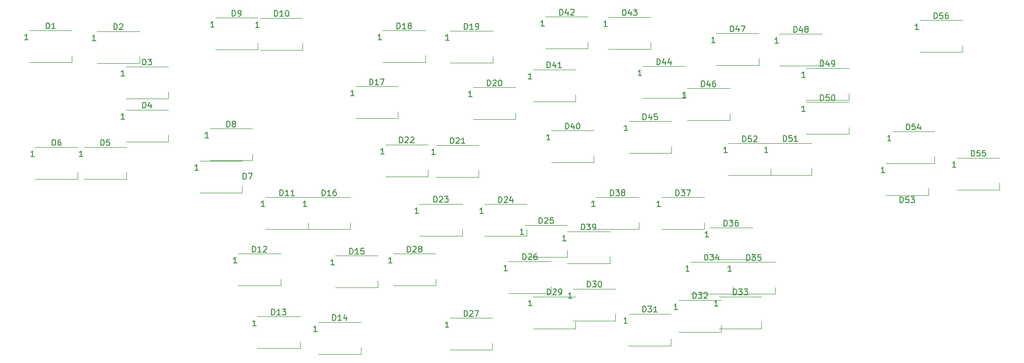
<source format=gbr>
%TF.GenerationSoftware,KiCad,Pcbnew,(5.1.10)-1*%
%TF.CreationDate,2021-11-17T10:49:59+11:00*%
%TF.ProjectId,HUD Panel PCB V2,48554420-5061-46e6-956c-205043422056,rev?*%
%TF.SameCoordinates,Original*%
%TF.FileFunction,Legend,Top*%
%TF.FilePolarity,Positive*%
%FSLAX46Y46*%
G04 Gerber Fmt 4.6, Leading zero omitted, Abs format (unit mm)*
G04 Created by KiCad (PCBNEW (5.1.10)-1) date 2021-11-17 10:49:59*
%MOMM*%
%LPD*%
G01*
G04 APERTURE LIST*
%ADD10C,0.120000*%
%ADD11C,0.150000*%
G04 APERTURE END LIST*
D10*
%TO.C,D56*%
X230250000Y-47750000D02*
X230250000Y-46600000D01*
X222950000Y-47750000D02*
X230250000Y-47750000D01*
X222950000Y-42250000D02*
X230250000Y-42250000D01*
%TO.C,D55*%
X236650000Y-71500000D02*
X236650000Y-70350000D01*
X229350000Y-71500000D02*
X236650000Y-71500000D01*
X229350000Y-66000000D02*
X236650000Y-66000000D01*
%TO.C,D54*%
X225482000Y-66936000D02*
X225482000Y-65786000D01*
X218182000Y-66936000D02*
X225482000Y-66936000D01*
X218182000Y-61436000D02*
X225482000Y-61436000D01*
%TO.C,D53*%
X224413000Y-72422000D02*
X224413000Y-71272000D01*
X217113000Y-72422000D02*
X224413000Y-72422000D01*
X217113000Y-66922000D02*
X224413000Y-66922000D01*
%TO.C,D52*%
X197300000Y-69000000D02*
X197300000Y-67850000D01*
X190000000Y-69000000D02*
X197300000Y-69000000D01*
X190000000Y-63500000D02*
X197300000Y-63500000D01*
%TO.C,D51*%
X204300000Y-68950000D02*
X204300000Y-67800000D01*
X197000000Y-68950000D02*
X204300000Y-68950000D01*
X197000000Y-63450000D02*
X204300000Y-63450000D01*
%TO.C,D50*%
X210700000Y-61900000D02*
X210700000Y-60750000D01*
X203400000Y-61900000D02*
X210700000Y-61900000D01*
X203400000Y-56400000D02*
X210700000Y-56400000D01*
%TO.C,D49*%
X210700000Y-56000000D02*
X210700000Y-54850000D01*
X203400000Y-56000000D02*
X210700000Y-56000000D01*
X203400000Y-50500000D02*
X210700000Y-50500000D01*
%TO.C,D48*%
X206100000Y-50100000D02*
X206100000Y-48950000D01*
X198800000Y-50100000D02*
X206100000Y-50100000D01*
X198800000Y-44600000D02*
X206100000Y-44600000D01*
%TO.C,D47*%
X195200000Y-50000000D02*
X195200000Y-48850000D01*
X187900000Y-50000000D02*
X195200000Y-50000000D01*
X187900000Y-44500000D02*
X195200000Y-44500000D01*
%TO.C,D46*%
X190200000Y-59500000D02*
X190200000Y-58350000D01*
X182900000Y-59500000D02*
X190200000Y-59500000D01*
X182900000Y-54000000D02*
X190200000Y-54000000D01*
%TO.C,D45*%
X180150000Y-65200000D02*
X180150000Y-64050000D01*
X172850000Y-65200000D02*
X180150000Y-65200000D01*
X172850000Y-59700000D02*
X180150000Y-59700000D01*
%TO.C,D44*%
X182550000Y-55700000D02*
X182550000Y-54550000D01*
X175250000Y-55700000D02*
X182550000Y-55700000D01*
X175250000Y-50200000D02*
X182550000Y-50200000D01*
%TO.C,D43*%
X176650000Y-47200000D02*
X176650000Y-46050000D01*
X169350000Y-47200000D02*
X176650000Y-47200000D01*
X169350000Y-41700000D02*
X176650000Y-41700000D01*
%TO.C,D42*%
X165800000Y-47150000D02*
X165800000Y-46000000D01*
X158500000Y-47150000D02*
X165800000Y-47150000D01*
X158500000Y-41650000D02*
X165800000Y-41650000D01*
%TO.C,D41*%
X163650000Y-56250000D02*
X163650000Y-55100000D01*
X156350000Y-56250000D02*
X163650000Y-56250000D01*
X156350000Y-50750000D02*
X163650000Y-50750000D01*
%TO.C,D40*%
X166808000Y-66809000D02*
X166808000Y-65659000D01*
X159508000Y-66809000D02*
X166808000Y-66809000D01*
X159508000Y-61309000D02*
X166808000Y-61309000D01*
%TO.C,D39*%
X169550000Y-84200000D02*
X169550000Y-83050000D01*
X162250000Y-84200000D02*
X169550000Y-84200000D01*
X162250000Y-78700000D02*
X169550000Y-78700000D01*
%TO.C,D38*%
X174550000Y-78300000D02*
X174550000Y-77150000D01*
X167250000Y-78300000D02*
X174550000Y-78300000D01*
X167250000Y-72800000D02*
X174550000Y-72800000D01*
%TO.C,D37*%
X185800000Y-78300000D02*
X185800000Y-77150000D01*
X178500000Y-78300000D02*
X185800000Y-78300000D01*
X178500000Y-72800000D02*
X185800000Y-72800000D01*
%TO.C,D36*%
X194100000Y-83550000D02*
X194100000Y-82400000D01*
X186800000Y-83550000D02*
X194100000Y-83550000D01*
X186800000Y-78050000D02*
X194100000Y-78050000D01*
%TO.C,D35*%
X198000000Y-89500000D02*
X198000000Y-88350000D01*
X190700000Y-89500000D02*
X198000000Y-89500000D01*
X190700000Y-84000000D02*
X198000000Y-84000000D01*
%TO.C,D34*%
X190750000Y-89450000D02*
X190750000Y-88300000D01*
X183450000Y-89450000D02*
X190750000Y-89450000D01*
X183450000Y-83950000D02*
X190750000Y-83950000D01*
%TO.C,D33*%
X195700000Y-95450000D02*
X195700000Y-94300000D01*
X188400000Y-95450000D02*
X195700000Y-95450000D01*
X188400000Y-89950000D02*
X195700000Y-89950000D01*
%TO.C,D32*%
X188750000Y-96050000D02*
X188750000Y-94900000D01*
X181450000Y-96050000D02*
X188750000Y-96050000D01*
X181450000Y-90550000D02*
X188750000Y-90550000D01*
%TO.C,D31*%
X180100000Y-98400000D02*
X180100000Y-97250000D01*
X172800000Y-98400000D02*
X180100000Y-98400000D01*
X172800000Y-92900000D02*
X180100000Y-92900000D01*
%TO.C,D30*%
X170550000Y-94100000D02*
X170550000Y-92950000D01*
X163250000Y-94100000D02*
X170550000Y-94100000D01*
X163250000Y-88600000D02*
X170550000Y-88600000D01*
%TO.C,D29*%
X163682000Y-95434400D02*
X163682000Y-94284400D01*
X156382000Y-95434400D02*
X163682000Y-95434400D01*
X156382000Y-89934400D02*
X163682000Y-89934400D01*
%TO.C,D28*%
X139600000Y-88050000D02*
X139600000Y-86900000D01*
X132300000Y-88050000D02*
X139600000Y-88050000D01*
X132300000Y-82550000D02*
X139600000Y-82550000D01*
%TO.C,D27*%
X149350000Y-99150000D02*
X149350000Y-98000000D01*
X142050000Y-99150000D02*
X149350000Y-99150000D01*
X142050000Y-93650000D02*
X149350000Y-93650000D01*
%TO.C,D26*%
X159450000Y-89350000D02*
X159450000Y-88200000D01*
X152150000Y-89350000D02*
X159450000Y-89350000D01*
X152150000Y-83850000D02*
X159450000Y-83850000D01*
%TO.C,D25*%
X162250000Y-83100000D02*
X162250000Y-81950000D01*
X154950000Y-83100000D02*
X162250000Y-83100000D01*
X154950000Y-77600000D02*
X162250000Y-77600000D01*
%TO.C,D24*%
X155300000Y-79500000D02*
X155300000Y-78350000D01*
X148000000Y-79500000D02*
X155300000Y-79500000D01*
X148000000Y-74000000D02*
X155300000Y-74000000D01*
%TO.C,D23*%
X144150000Y-79450000D02*
X144150000Y-78300000D01*
X136850000Y-79450000D02*
X144150000Y-79450000D01*
X136850000Y-73950000D02*
X144150000Y-73950000D01*
%TO.C,D22*%
X138250000Y-69200000D02*
X138250000Y-68050000D01*
X130950000Y-69200000D02*
X138250000Y-69200000D01*
X130950000Y-63700000D02*
X138250000Y-63700000D01*
%TO.C,D21*%
X147000000Y-69300000D02*
X147000000Y-68150000D01*
X139700000Y-69300000D02*
X147000000Y-69300000D01*
X139700000Y-63800000D02*
X147000000Y-63800000D01*
%TO.C,D20*%
X153350000Y-59350000D02*
X153350000Y-58200000D01*
X146050000Y-59350000D02*
X153350000Y-59350000D01*
X146050000Y-53850000D02*
X153350000Y-53850000D01*
%TO.C,D19*%
X149400000Y-49600000D02*
X149400000Y-48450000D01*
X142100000Y-49600000D02*
X149400000Y-49600000D01*
X142100000Y-44100000D02*
X149400000Y-44100000D01*
%TO.C,D18*%
X137800000Y-49500000D02*
X137800000Y-48350000D01*
X130500000Y-49500000D02*
X137800000Y-49500000D01*
X130500000Y-44000000D02*
X137800000Y-44000000D01*
%TO.C,D17*%
X133088000Y-59188800D02*
X133088000Y-58038800D01*
X125788000Y-59188800D02*
X133088000Y-59188800D01*
X125788000Y-53688800D02*
X133088000Y-53688800D01*
%TO.C,D16*%
X124900000Y-78300000D02*
X124900000Y-77150000D01*
X117600000Y-78300000D02*
X124900000Y-78300000D01*
X117600000Y-72800000D02*
X124900000Y-72800000D01*
%TO.C,D15*%
X129650000Y-88400000D02*
X129650000Y-87250000D01*
X122350000Y-88400000D02*
X129650000Y-88400000D01*
X122350000Y-82900000D02*
X129650000Y-82900000D01*
%TO.C,D14*%
X126700000Y-99850000D02*
X126700000Y-98700000D01*
X119400000Y-99850000D02*
X126700000Y-99850000D01*
X119400000Y-94350000D02*
X126700000Y-94350000D01*
%TO.C,D13*%
X116200000Y-98900000D02*
X116200000Y-97750000D01*
X108900000Y-98900000D02*
X116200000Y-98900000D01*
X108900000Y-93400000D02*
X116200000Y-93400000D01*
%TO.C,D12*%
X112900000Y-88050000D02*
X112900000Y-86900000D01*
X105600000Y-88050000D02*
X112900000Y-88050000D01*
X105600000Y-82550000D02*
X112900000Y-82550000D01*
%TO.C,D11*%
X117650000Y-78300000D02*
X117650000Y-77150000D01*
X110350000Y-78300000D02*
X117650000Y-78300000D01*
X110350000Y-72800000D02*
X117650000Y-72800000D01*
%TO.C,D10*%
X116700000Y-47350000D02*
X116700000Y-46200000D01*
X109400000Y-47350000D02*
X116700000Y-47350000D01*
X109400000Y-41850000D02*
X116700000Y-41850000D01*
%TO.C,D9*%
X108970000Y-47326800D02*
X108970000Y-46176800D01*
X101670000Y-47326800D02*
X108970000Y-47326800D01*
X101670000Y-41826800D02*
X108970000Y-41826800D01*
%TO.C,D8*%
X108007000Y-66453000D02*
X108007000Y-65303000D01*
X100707000Y-66453000D02*
X108007000Y-66453000D01*
X100707000Y-60953000D02*
X108007000Y-60953000D01*
%TO.C,D7*%
X106229000Y-72016000D02*
X106229000Y-70866000D01*
X98929000Y-72016000D02*
X106229000Y-72016000D01*
X98929000Y-66516000D02*
X106229000Y-66516000D01*
%TO.C,D6*%
X78000000Y-69650000D02*
X78000000Y-68500000D01*
X70700000Y-69650000D02*
X78000000Y-69650000D01*
X70700000Y-64150000D02*
X78000000Y-64150000D01*
%TO.C,D5*%
X86350000Y-69650000D02*
X86350000Y-68500000D01*
X79050000Y-69650000D02*
X86350000Y-69650000D01*
X79050000Y-64150000D02*
X86350000Y-64150000D01*
%TO.C,D4*%
X93550000Y-63200000D02*
X93550000Y-62050000D01*
X86250000Y-63200000D02*
X93550000Y-63200000D01*
X86250000Y-57700000D02*
X93550000Y-57700000D01*
%TO.C,D3*%
X93550000Y-55750000D02*
X93550000Y-54600000D01*
X86250000Y-55750000D02*
X93550000Y-55750000D01*
X86250000Y-50250000D02*
X93550000Y-50250000D01*
%TO.C,D2*%
X88600000Y-49650000D02*
X88600000Y-48500000D01*
X81300000Y-49650000D02*
X88600000Y-49650000D01*
X81300000Y-44150000D02*
X88600000Y-44150000D01*
%TO.C,D1*%
X76954400Y-49486000D02*
X76954400Y-48336000D01*
X69654400Y-49486000D02*
X76954400Y-49486000D01*
X69654400Y-43986000D02*
X76954400Y-43986000D01*
%TO.C,D56*%
D11*
X225385714Y-41952380D02*
X225385714Y-40952380D01*
X225623809Y-40952380D01*
X225766666Y-41000000D01*
X225861904Y-41095238D01*
X225909523Y-41190476D01*
X225957142Y-41380952D01*
X225957142Y-41523809D01*
X225909523Y-41714285D01*
X225861904Y-41809523D01*
X225766666Y-41904761D01*
X225623809Y-41952380D01*
X225385714Y-41952380D01*
X226861904Y-40952380D02*
X226385714Y-40952380D01*
X226338095Y-41428571D01*
X226385714Y-41380952D01*
X226480952Y-41333333D01*
X226719047Y-41333333D01*
X226814285Y-41380952D01*
X226861904Y-41428571D01*
X226909523Y-41523809D01*
X226909523Y-41761904D01*
X226861904Y-41857142D01*
X226814285Y-41904761D01*
X226719047Y-41952380D01*
X226480952Y-41952380D01*
X226385714Y-41904761D01*
X226338095Y-41857142D01*
X227766666Y-40952380D02*
X227576190Y-40952380D01*
X227480952Y-41000000D01*
X227433333Y-41047619D01*
X227338095Y-41190476D01*
X227290476Y-41380952D01*
X227290476Y-41761904D01*
X227338095Y-41857142D01*
X227385714Y-41904761D01*
X227480952Y-41952380D01*
X227671428Y-41952380D01*
X227766666Y-41904761D01*
X227814285Y-41857142D01*
X227861904Y-41761904D01*
X227861904Y-41523809D01*
X227814285Y-41428571D01*
X227766666Y-41380952D01*
X227671428Y-41333333D01*
X227480952Y-41333333D01*
X227385714Y-41380952D01*
X227338095Y-41428571D01*
X227290476Y-41523809D01*
X222735714Y-43852380D02*
X222164285Y-43852380D01*
X222450000Y-43852380D02*
X222450000Y-42852380D01*
X222354761Y-42995238D01*
X222259523Y-43090476D01*
X222164285Y-43138095D01*
%TO.C,D55*%
X231785714Y-65702380D02*
X231785714Y-64702380D01*
X232023809Y-64702380D01*
X232166666Y-64750000D01*
X232261904Y-64845238D01*
X232309523Y-64940476D01*
X232357142Y-65130952D01*
X232357142Y-65273809D01*
X232309523Y-65464285D01*
X232261904Y-65559523D01*
X232166666Y-65654761D01*
X232023809Y-65702380D01*
X231785714Y-65702380D01*
X233261904Y-64702380D02*
X232785714Y-64702380D01*
X232738095Y-65178571D01*
X232785714Y-65130952D01*
X232880952Y-65083333D01*
X233119047Y-65083333D01*
X233214285Y-65130952D01*
X233261904Y-65178571D01*
X233309523Y-65273809D01*
X233309523Y-65511904D01*
X233261904Y-65607142D01*
X233214285Y-65654761D01*
X233119047Y-65702380D01*
X232880952Y-65702380D01*
X232785714Y-65654761D01*
X232738095Y-65607142D01*
X234214285Y-64702380D02*
X233738095Y-64702380D01*
X233690476Y-65178571D01*
X233738095Y-65130952D01*
X233833333Y-65083333D01*
X234071428Y-65083333D01*
X234166666Y-65130952D01*
X234214285Y-65178571D01*
X234261904Y-65273809D01*
X234261904Y-65511904D01*
X234214285Y-65607142D01*
X234166666Y-65654761D01*
X234071428Y-65702380D01*
X233833333Y-65702380D01*
X233738095Y-65654761D01*
X233690476Y-65607142D01*
X229135714Y-67602380D02*
X228564285Y-67602380D01*
X228850000Y-67602380D02*
X228850000Y-66602380D01*
X228754761Y-66745238D01*
X228659523Y-66840476D01*
X228564285Y-66888095D01*
%TO.C,D54*%
X220617714Y-61138380D02*
X220617714Y-60138380D01*
X220855809Y-60138380D01*
X220998666Y-60186000D01*
X221093904Y-60281238D01*
X221141523Y-60376476D01*
X221189142Y-60566952D01*
X221189142Y-60709809D01*
X221141523Y-60900285D01*
X221093904Y-60995523D01*
X220998666Y-61090761D01*
X220855809Y-61138380D01*
X220617714Y-61138380D01*
X222093904Y-60138380D02*
X221617714Y-60138380D01*
X221570095Y-60614571D01*
X221617714Y-60566952D01*
X221712952Y-60519333D01*
X221951047Y-60519333D01*
X222046285Y-60566952D01*
X222093904Y-60614571D01*
X222141523Y-60709809D01*
X222141523Y-60947904D01*
X222093904Y-61043142D01*
X222046285Y-61090761D01*
X221951047Y-61138380D01*
X221712952Y-61138380D01*
X221617714Y-61090761D01*
X221570095Y-61043142D01*
X222998666Y-60471714D02*
X222998666Y-61138380D01*
X222760571Y-60090761D02*
X222522476Y-60805047D01*
X223141523Y-60805047D01*
X217967714Y-63038380D02*
X217396285Y-63038380D01*
X217682000Y-63038380D02*
X217682000Y-62038380D01*
X217586761Y-62181238D01*
X217491523Y-62276476D01*
X217396285Y-62324095D01*
%TO.C,D53*%
X219548714Y-73731380D02*
X219548714Y-72731380D01*
X219786809Y-72731380D01*
X219929666Y-72779000D01*
X220024904Y-72874238D01*
X220072523Y-72969476D01*
X220120142Y-73159952D01*
X220120142Y-73302809D01*
X220072523Y-73493285D01*
X220024904Y-73588523D01*
X219929666Y-73683761D01*
X219786809Y-73731380D01*
X219548714Y-73731380D01*
X221024904Y-72731380D02*
X220548714Y-72731380D01*
X220501095Y-73207571D01*
X220548714Y-73159952D01*
X220643952Y-73112333D01*
X220882047Y-73112333D01*
X220977285Y-73159952D01*
X221024904Y-73207571D01*
X221072523Y-73302809D01*
X221072523Y-73540904D01*
X221024904Y-73636142D01*
X220977285Y-73683761D01*
X220882047Y-73731380D01*
X220643952Y-73731380D01*
X220548714Y-73683761D01*
X220501095Y-73636142D01*
X221405857Y-72731380D02*
X222024904Y-72731380D01*
X221691571Y-73112333D01*
X221834428Y-73112333D01*
X221929666Y-73159952D01*
X221977285Y-73207571D01*
X222024904Y-73302809D01*
X222024904Y-73540904D01*
X221977285Y-73636142D01*
X221929666Y-73683761D01*
X221834428Y-73731380D01*
X221548714Y-73731380D01*
X221453476Y-73683761D01*
X221405857Y-73636142D01*
X216898714Y-68524380D02*
X216327285Y-68524380D01*
X216613000Y-68524380D02*
X216613000Y-67524380D01*
X216517761Y-67667238D01*
X216422523Y-67762476D01*
X216327285Y-67810095D01*
%TO.C,D52*%
X192435714Y-63202380D02*
X192435714Y-62202380D01*
X192673809Y-62202380D01*
X192816666Y-62250000D01*
X192911904Y-62345238D01*
X192959523Y-62440476D01*
X193007142Y-62630952D01*
X193007142Y-62773809D01*
X192959523Y-62964285D01*
X192911904Y-63059523D01*
X192816666Y-63154761D01*
X192673809Y-63202380D01*
X192435714Y-63202380D01*
X193911904Y-62202380D02*
X193435714Y-62202380D01*
X193388095Y-62678571D01*
X193435714Y-62630952D01*
X193530952Y-62583333D01*
X193769047Y-62583333D01*
X193864285Y-62630952D01*
X193911904Y-62678571D01*
X193959523Y-62773809D01*
X193959523Y-63011904D01*
X193911904Y-63107142D01*
X193864285Y-63154761D01*
X193769047Y-63202380D01*
X193530952Y-63202380D01*
X193435714Y-63154761D01*
X193388095Y-63107142D01*
X194340476Y-62297619D02*
X194388095Y-62250000D01*
X194483333Y-62202380D01*
X194721428Y-62202380D01*
X194816666Y-62250000D01*
X194864285Y-62297619D01*
X194911904Y-62392857D01*
X194911904Y-62488095D01*
X194864285Y-62630952D01*
X194292857Y-63202380D01*
X194911904Y-63202380D01*
X189785714Y-65102380D02*
X189214285Y-65102380D01*
X189500000Y-65102380D02*
X189500000Y-64102380D01*
X189404761Y-64245238D01*
X189309523Y-64340476D01*
X189214285Y-64388095D01*
%TO.C,D51*%
X199435714Y-63152380D02*
X199435714Y-62152380D01*
X199673809Y-62152380D01*
X199816666Y-62200000D01*
X199911904Y-62295238D01*
X199959523Y-62390476D01*
X200007142Y-62580952D01*
X200007142Y-62723809D01*
X199959523Y-62914285D01*
X199911904Y-63009523D01*
X199816666Y-63104761D01*
X199673809Y-63152380D01*
X199435714Y-63152380D01*
X200911904Y-62152380D02*
X200435714Y-62152380D01*
X200388095Y-62628571D01*
X200435714Y-62580952D01*
X200530952Y-62533333D01*
X200769047Y-62533333D01*
X200864285Y-62580952D01*
X200911904Y-62628571D01*
X200959523Y-62723809D01*
X200959523Y-62961904D01*
X200911904Y-63057142D01*
X200864285Y-63104761D01*
X200769047Y-63152380D01*
X200530952Y-63152380D01*
X200435714Y-63104761D01*
X200388095Y-63057142D01*
X201911904Y-63152380D02*
X201340476Y-63152380D01*
X201626190Y-63152380D02*
X201626190Y-62152380D01*
X201530952Y-62295238D01*
X201435714Y-62390476D01*
X201340476Y-62438095D01*
X196785714Y-65052380D02*
X196214285Y-65052380D01*
X196500000Y-65052380D02*
X196500000Y-64052380D01*
X196404761Y-64195238D01*
X196309523Y-64290476D01*
X196214285Y-64338095D01*
%TO.C,D50*%
X205835714Y-56102380D02*
X205835714Y-55102380D01*
X206073809Y-55102380D01*
X206216666Y-55150000D01*
X206311904Y-55245238D01*
X206359523Y-55340476D01*
X206407142Y-55530952D01*
X206407142Y-55673809D01*
X206359523Y-55864285D01*
X206311904Y-55959523D01*
X206216666Y-56054761D01*
X206073809Y-56102380D01*
X205835714Y-56102380D01*
X207311904Y-55102380D02*
X206835714Y-55102380D01*
X206788095Y-55578571D01*
X206835714Y-55530952D01*
X206930952Y-55483333D01*
X207169047Y-55483333D01*
X207264285Y-55530952D01*
X207311904Y-55578571D01*
X207359523Y-55673809D01*
X207359523Y-55911904D01*
X207311904Y-56007142D01*
X207264285Y-56054761D01*
X207169047Y-56102380D01*
X206930952Y-56102380D01*
X206835714Y-56054761D01*
X206788095Y-56007142D01*
X207978571Y-55102380D02*
X208073809Y-55102380D01*
X208169047Y-55150000D01*
X208216666Y-55197619D01*
X208264285Y-55292857D01*
X208311904Y-55483333D01*
X208311904Y-55721428D01*
X208264285Y-55911904D01*
X208216666Y-56007142D01*
X208169047Y-56054761D01*
X208073809Y-56102380D01*
X207978571Y-56102380D01*
X207883333Y-56054761D01*
X207835714Y-56007142D01*
X207788095Y-55911904D01*
X207740476Y-55721428D01*
X207740476Y-55483333D01*
X207788095Y-55292857D01*
X207835714Y-55197619D01*
X207883333Y-55150000D01*
X207978571Y-55102380D01*
X203185714Y-58002380D02*
X202614285Y-58002380D01*
X202900000Y-58002380D02*
X202900000Y-57002380D01*
X202804761Y-57145238D01*
X202709523Y-57240476D01*
X202614285Y-57288095D01*
%TO.C,D49*%
X205835714Y-50202380D02*
X205835714Y-49202380D01*
X206073809Y-49202380D01*
X206216666Y-49250000D01*
X206311904Y-49345238D01*
X206359523Y-49440476D01*
X206407142Y-49630952D01*
X206407142Y-49773809D01*
X206359523Y-49964285D01*
X206311904Y-50059523D01*
X206216666Y-50154761D01*
X206073809Y-50202380D01*
X205835714Y-50202380D01*
X207264285Y-49535714D02*
X207264285Y-50202380D01*
X207026190Y-49154761D02*
X206788095Y-49869047D01*
X207407142Y-49869047D01*
X207835714Y-50202380D02*
X208026190Y-50202380D01*
X208121428Y-50154761D01*
X208169047Y-50107142D01*
X208264285Y-49964285D01*
X208311904Y-49773809D01*
X208311904Y-49392857D01*
X208264285Y-49297619D01*
X208216666Y-49250000D01*
X208121428Y-49202380D01*
X207930952Y-49202380D01*
X207835714Y-49250000D01*
X207788095Y-49297619D01*
X207740476Y-49392857D01*
X207740476Y-49630952D01*
X207788095Y-49726190D01*
X207835714Y-49773809D01*
X207930952Y-49821428D01*
X208121428Y-49821428D01*
X208216666Y-49773809D01*
X208264285Y-49726190D01*
X208311904Y-49630952D01*
X203185714Y-52102380D02*
X202614285Y-52102380D01*
X202900000Y-52102380D02*
X202900000Y-51102380D01*
X202804761Y-51245238D01*
X202709523Y-51340476D01*
X202614285Y-51388095D01*
%TO.C,D48*%
X201235714Y-44302380D02*
X201235714Y-43302380D01*
X201473809Y-43302380D01*
X201616666Y-43350000D01*
X201711904Y-43445238D01*
X201759523Y-43540476D01*
X201807142Y-43730952D01*
X201807142Y-43873809D01*
X201759523Y-44064285D01*
X201711904Y-44159523D01*
X201616666Y-44254761D01*
X201473809Y-44302380D01*
X201235714Y-44302380D01*
X202664285Y-43635714D02*
X202664285Y-44302380D01*
X202426190Y-43254761D02*
X202188095Y-43969047D01*
X202807142Y-43969047D01*
X203330952Y-43730952D02*
X203235714Y-43683333D01*
X203188095Y-43635714D01*
X203140476Y-43540476D01*
X203140476Y-43492857D01*
X203188095Y-43397619D01*
X203235714Y-43350000D01*
X203330952Y-43302380D01*
X203521428Y-43302380D01*
X203616666Y-43350000D01*
X203664285Y-43397619D01*
X203711904Y-43492857D01*
X203711904Y-43540476D01*
X203664285Y-43635714D01*
X203616666Y-43683333D01*
X203521428Y-43730952D01*
X203330952Y-43730952D01*
X203235714Y-43778571D01*
X203188095Y-43826190D01*
X203140476Y-43921428D01*
X203140476Y-44111904D01*
X203188095Y-44207142D01*
X203235714Y-44254761D01*
X203330952Y-44302380D01*
X203521428Y-44302380D01*
X203616666Y-44254761D01*
X203664285Y-44207142D01*
X203711904Y-44111904D01*
X203711904Y-43921428D01*
X203664285Y-43826190D01*
X203616666Y-43778571D01*
X203521428Y-43730952D01*
X198585714Y-46202380D02*
X198014285Y-46202380D01*
X198300000Y-46202380D02*
X198300000Y-45202380D01*
X198204761Y-45345238D01*
X198109523Y-45440476D01*
X198014285Y-45488095D01*
%TO.C,D47*%
X190335714Y-44202380D02*
X190335714Y-43202380D01*
X190573809Y-43202380D01*
X190716666Y-43250000D01*
X190811904Y-43345238D01*
X190859523Y-43440476D01*
X190907142Y-43630952D01*
X190907142Y-43773809D01*
X190859523Y-43964285D01*
X190811904Y-44059523D01*
X190716666Y-44154761D01*
X190573809Y-44202380D01*
X190335714Y-44202380D01*
X191764285Y-43535714D02*
X191764285Y-44202380D01*
X191526190Y-43154761D02*
X191288095Y-43869047D01*
X191907142Y-43869047D01*
X192192857Y-43202380D02*
X192859523Y-43202380D01*
X192430952Y-44202380D01*
X187685714Y-46102380D02*
X187114285Y-46102380D01*
X187400000Y-46102380D02*
X187400000Y-45102380D01*
X187304761Y-45245238D01*
X187209523Y-45340476D01*
X187114285Y-45388095D01*
%TO.C,D46*%
X185335714Y-53702380D02*
X185335714Y-52702380D01*
X185573809Y-52702380D01*
X185716666Y-52750000D01*
X185811904Y-52845238D01*
X185859523Y-52940476D01*
X185907142Y-53130952D01*
X185907142Y-53273809D01*
X185859523Y-53464285D01*
X185811904Y-53559523D01*
X185716666Y-53654761D01*
X185573809Y-53702380D01*
X185335714Y-53702380D01*
X186764285Y-53035714D02*
X186764285Y-53702380D01*
X186526190Y-52654761D02*
X186288095Y-53369047D01*
X186907142Y-53369047D01*
X187716666Y-52702380D02*
X187526190Y-52702380D01*
X187430952Y-52750000D01*
X187383333Y-52797619D01*
X187288095Y-52940476D01*
X187240476Y-53130952D01*
X187240476Y-53511904D01*
X187288095Y-53607142D01*
X187335714Y-53654761D01*
X187430952Y-53702380D01*
X187621428Y-53702380D01*
X187716666Y-53654761D01*
X187764285Y-53607142D01*
X187811904Y-53511904D01*
X187811904Y-53273809D01*
X187764285Y-53178571D01*
X187716666Y-53130952D01*
X187621428Y-53083333D01*
X187430952Y-53083333D01*
X187335714Y-53130952D01*
X187288095Y-53178571D01*
X187240476Y-53273809D01*
X182685714Y-55602380D02*
X182114285Y-55602380D01*
X182400000Y-55602380D02*
X182400000Y-54602380D01*
X182304761Y-54745238D01*
X182209523Y-54840476D01*
X182114285Y-54888095D01*
%TO.C,D45*%
X175285714Y-59402380D02*
X175285714Y-58402380D01*
X175523809Y-58402380D01*
X175666666Y-58450000D01*
X175761904Y-58545238D01*
X175809523Y-58640476D01*
X175857142Y-58830952D01*
X175857142Y-58973809D01*
X175809523Y-59164285D01*
X175761904Y-59259523D01*
X175666666Y-59354761D01*
X175523809Y-59402380D01*
X175285714Y-59402380D01*
X176714285Y-58735714D02*
X176714285Y-59402380D01*
X176476190Y-58354761D02*
X176238095Y-59069047D01*
X176857142Y-59069047D01*
X177714285Y-58402380D02*
X177238095Y-58402380D01*
X177190476Y-58878571D01*
X177238095Y-58830952D01*
X177333333Y-58783333D01*
X177571428Y-58783333D01*
X177666666Y-58830952D01*
X177714285Y-58878571D01*
X177761904Y-58973809D01*
X177761904Y-59211904D01*
X177714285Y-59307142D01*
X177666666Y-59354761D01*
X177571428Y-59402380D01*
X177333333Y-59402380D01*
X177238095Y-59354761D01*
X177190476Y-59307142D01*
X172635714Y-61302380D02*
X172064285Y-61302380D01*
X172350000Y-61302380D02*
X172350000Y-60302380D01*
X172254761Y-60445238D01*
X172159523Y-60540476D01*
X172064285Y-60588095D01*
%TO.C,D44*%
X177685714Y-49902380D02*
X177685714Y-48902380D01*
X177923809Y-48902380D01*
X178066666Y-48950000D01*
X178161904Y-49045238D01*
X178209523Y-49140476D01*
X178257142Y-49330952D01*
X178257142Y-49473809D01*
X178209523Y-49664285D01*
X178161904Y-49759523D01*
X178066666Y-49854761D01*
X177923809Y-49902380D01*
X177685714Y-49902380D01*
X179114285Y-49235714D02*
X179114285Y-49902380D01*
X178876190Y-48854761D02*
X178638095Y-49569047D01*
X179257142Y-49569047D01*
X180066666Y-49235714D02*
X180066666Y-49902380D01*
X179828571Y-48854761D02*
X179590476Y-49569047D01*
X180209523Y-49569047D01*
X175035714Y-51802380D02*
X174464285Y-51802380D01*
X174750000Y-51802380D02*
X174750000Y-50802380D01*
X174654761Y-50945238D01*
X174559523Y-51040476D01*
X174464285Y-51088095D01*
%TO.C,D43*%
X171785714Y-41402380D02*
X171785714Y-40402380D01*
X172023809Y-40402380D01*
X172166666Y-40450000D01*
X172261904Y-40545238D01*
X172309523Y-40640476D01*
X172357142Y-40830952D01*
X172357142Y-40973809D01*
X172309523Y-41164285D01*
X172261904Y-41259523D01*
X172166666Y-41354761D01*
X172023809Y-41402380D01*
X171785714Y-41402380D01*
X173214285Y-40735714D02*
X173214285Y-41402380D01*
X172976190Y-40354761D02*
X172738095Y-41069047D01*
X173357142Y-41069047D01*
X173642857Y-40402380D02*
X174261904Y-40402380D01*
X173928571Y-40783333D01*
X174071428Y-40783333D01*
X174166666Y-40830952D01*
X174214285Y-40878571D01*
X174261904Y-40973809D01*
X174261904Y-41211904D01*
X174214285Y-41307142D01*
X174166666Y-41354761D01*
X174071428Y-41402380D01*
X173785714Y-41402380D01*
X173690476Y-41354761D01*
X173642857Y-41307142D01*
X169135714Y-43302380D02*
X168564285Y-43302380D01*
X168850000Y-43302380D02*
X168850000Y-42302380D01*
X168754761Y-42445238D01*
X168659523Y-42540476D01*
X168564285Y-42588095D01*
%TO.C,D42*%
X160935714Y-41352380D02*
X160935714Y-40352380D01*
X161173809Y-40352380D01*
X161316666Y-40400000D01*
X161411904Y-40495238D01*
X161459523Y-40590476D01*
X161507142Y-40780952D01*
X161507142Y-40923809D01*
X161459523Y-41114285D01*
X161411904Y-41209523D01*
X161316666Y-41304761D01*
X161173809Y-41352380D01*
X160935714Y-41352380D01*
X162364285Y-40685714D02*
X162364285Y-41352380D01*
X162126190Y-40304761D02*
X161888095Y-41019047D01*
X162507142Y-41019047D01*
X162840476Y-40447619D02*
X162888095Y-40400000D01*
X162983333Y-40352380D01*
X163221428Y-40352380D01*
X163316666Y-40400000D01*
X163364285Y-40447619D01*
X163411904Y-40542857D01*
X163411904Y-40638095D01*
X163364285Y-40780952D01*
X162792857Y-41352380D01*
X163411904Y-41352380D01*
X158285714Y-43252380D02*
X157714285Y-43252380D01*
X158000000Y-43252380D02*
X158000000Y-42252380D01*
X157904761Y-42395238D01*
X157809523Y-42490476D01*
X157714285Y-42538095D01*
%TO.C,D41*%
X158785714Y-50452380D02*
X158785714Y-49452380D01*
X159023809Y-49452380D01*
X159166666Y-49500000D01*
X159261904Y-49595238D01*
X159309523Y-49690476D01*
X159357142Y-49880952D01*
X159357142Y-50023809D01*
X159309523Y-50214285D01*
X159261904Y-50309523D01*
X159166666Y-50404761D01*
X159023809Y-50452380D01*
X158785714Y-50452380D01*
X160214285Y-49785714D02*
X160214285Y-50452380D01*
X159976190Y-49404761D02*
X159738095Y-50119047D01*
X160357142Y-50119047D01*
X161261904Y-50452380D02*
X160690476Y-50452380D01*
X160976190Y-50452380D02*
X160976190Y-49452380D01*
X160880952Y-49595238D01*
X160785714Y-49690476D01*
X160690476Y-49738095D01*
X156135714Y-52352380D02*
X155564285Y-52352380D01*
X155850000Y-52352380D02*
X155850000Y-51352380D01*
X155754761Y-51495238D01*
X155659523Y-51590476D01*
X155564285Y-51638095D01*
%TO.C,D40*%
X161943714Y-61011380D02*
X161943714Y-60011380D01*
X162181809Y-60011380D01*
X162324666Y-60059000D01*
X162419904Y-60154238D01*
X162467523Y-60249476D01*
X162515142Y-60439952D01*
X162515142Y-60582809D01*
X162467523Y-60773285D01*
X162419904Y-60868523D01*
X162324666Y-60963761D01*
X162181809Y-61011380D01*
X161943714Y-61011380D01*
X163372285Y-60344714D02*
X163372285Y-61011380D01*
X163134190Y-59963761D02*
X162896095Y-60678047D01*
X163515142Y-60678047D01*
X164086571Y-60011380D02*
X164181809Y-60011380D01*
X164277047Y-60059000D01*
X164324666Y-60106619D01*
X164372285Y-60201857D01*
X164419904Y-60392333D01*
X164419904Y-60630428D01*
X164372285Y-60820904D01*
X164324666Y-60916142D01*
X164277047Y-60963761D01*
X164181809Y-61011380D01*
X164086571Y-61011380D01*
X163991333Y-60963761D01*
X163943714Y-60916142D01*
X163896095Y-60820904D01*
X163848476Y-60630428D01*
X163848476Y-60392333D01*
X163896095Y-60201857D01*
X163943714Y-60106619D01*
X163991333Y-60059000D01*
X164086571Y-60011380D01*
X159293714Y-62911380D02*
X158722285Y-62911380D01*
X159008000Y-62911380D02*
X159008000Y-61911380D01*
X158912761Y-62054238D01*
X158817523Y-62149476D01*
X158722285Y-62197095D01*
%TO.C,D39*%
X164685714Y-78402380D02*
X164685714Y-77402380D01*
X164923809Y-77402380D01*
X165066666Y-77450000D01*
X165161904Y-77545238D01*
X165209523Y-77640476D01*
X165257142Y-77830952D01*
X165257142Y-77973809D01*
X165209523Y-78164285D01*
X165161904Y-78259523D01*
X165066666Y-78354761D01*
X164923809Y-78402380D01*
X164685714Y-78402380D01*
X165590476Y-77402380D02*
X166209523Y-77402380D01*
X165876190Y-77783333D01*
X166019047Y-77783333D01*
X166114285Y-77830952D01*
X166161904Y-77878571D01*
X166209523Y-77973809D01*
X166209523Y-78211904D01*
X166161904Y-78307142D01*
X166114285Y-78354761D01*
X166019047Y-78402380D01*
X165733333Y-78402380D01*
X165638095Y-78354761D01*
X165590476Y-78307142D01*
X166685714Y-78402380D02*
X166876190Y-78402380D01*
X166971428Y-78354761D01*
X167019047Y-78307142D01*
X167114285Y-78164285D01*
X167161904Y-77973809D01*
X167161904Y-77592857D01*
X167114285Y-77497619D01*
X167066666Y-77450000D01*
X166971428Y-77402380D01*
X166780952Y-77402380D01*
X166685714Y-77450000D01*
X166638095Y-77497619D01*
X166590476Y-77592857D01*
X166590476Y-77830952D01*
X166638095Y-77926190D01*
X166685714Y-77973809D01*
X166780952Y-78021428D01*
X166971428Y-78021428D01*
X167066666Y-77973809D01*
X167114285Y-77926190D01*
X167161904Y-77830952D01*
X162035714Y-80302380D02*
X161464285Y-80302380D01*
X161750000Y-80302380D02*
X161750000Y-79302380D01*
X161654761Y-79445238D01*
X161559523Y-79540476D01*
X161464285Y-79588095D01*
%TO.C,D38*%
X169685714Y-72502380D02*
X169685714Y-71502380D01*
X169923809Y-71502380D01*
X170066666Y-71550000D01*
X170161904Y-71645238D01*
X170209523Y-71740476D01*
X170257142Y-71930952D01*
X170257142Y-72073809D01*
X170209523Y-72264285D01*
X170161904Y-72359523D01*
X170066666Y-72454761D01*
X169923809Y-72502380D01*
X169685714Y-72502380D01*
X170590476Y-71502380D02*
X171209523Y-71502380D01*
X170876190Y-71883333D01*
X171019047Y-71883333D01*
X171114285Y-71930952D01*
X171161904Y-71978571D01*
X171209523Y-72073809D01*
X171209523Y-72311904D01*
X171161904Y-72407142D01*
X171114285Y-72454761D01*
X171019047Y-72502380D01*
X170733333Y-72502380D01*
X170638095Y-72454761D01*
X170590476Y-72407142D01*
X171780952Y-71930952D02*
X171685714Y-71883333D01*
X171638095Y-71835714D01*
X171590476Y-71740476D01*
X171590476Y-71692857D01*
X171638095Y-71597619D01*
X171685714Y-71550000D01*
X171780952Y-71502380D01*
X171971428Y-71502380D01*
X172066666Y-71550000D01*
X172114285Y-71597619D01*
X172161904Y-71692857D01*
X172161904Y-71740476D01*
X172114285Y-71835714D01*
X172066666Y-71883333D01*
X171971428Y-71930952D01*
X171780952Y-71930952D01*
X171685714Y-71978571D01*
X171638095Y-72026190D01*
X171590476Y-72121428D01*
X171590476Y-72311904D01*
X171638095Y-72407142D01*
X171685714Y-72454761D01*
X171780952Y-72502380D01*
X171971428Y-72502380D01*
X172066666Y-72454761D01*
X172114285Y-72407142D01*
X172161904Y-72311904D01*
X172161904Y-72121428D01*
X172114285Y-72026190D01*
X172066666Y-71978571D01*
X171971428Y-71930952D01*
X167035714Y-74402380D02*
X166464285Y-74402380D01*
X166750000Y-74402380D02*
X166750000Y-73402380D01*
X166654761Y-73545238D01*
X166559523Y-73640476D01*
X166464285Y-73688095D01*
%TO.C,D37*%
X180935714Y-72502380D02*
X180935714Y-71502380D01*
X181173809Y-71502380D01*
X181316666Y-71550000D01*
X181411904Y-71645238D01*
X181459523Y-71740476D01*
X181507142Y-71930952D01*
X181507142Y-72073809D01*
X181459523Y-72264285D01*
X181411904Y-72359523D01*
X181316666Y-72454761D01*
X181173809Y-72502380D01*
X180935714Y-72502380D01*
X181840476Y-71502380D02*
X182459523Y-71502380D01*
X182126190Y-71883333D01*
X182269047Y-71883333D01*
X182364285Y-71930952D01*
X182411904Y-71978571D01*
X182459523Y-72073809D01*
X182459523Y-72311904D01*
X182411904Y-72407142D01*
X182364285Y-72454761D01*
X182269047Y-72502380D01*
X181983333Y-72502380D01*
X181888095Y-72454761D01*
X181840476Y-72407142D01*
X182792857Y-71502380D02*
X183459523Y-71502380D01*
X183030952Y-72502380D01*
X178285714Y-74402380D02*
X177714285Y-74402380D01*
X178000000Y-74402380D02*
X178000000Y-73402380D01*
X177904761Y-73545238D01*
X177809523Y-73640476D01*
X177714285Y-73688095D01*
%TO.C,D36*%
X189235714Y-77752380D02*
X189235714Y-76752380D01*
X189473809Y-76752380D01*
X189616666Y-76800000D01*
X189711904Y-76895238D01*
X189759523Y-76990476D01*
X189807142Y-77180952D01*
X189807142Y-77323809D01*
X189759523Y-77514285D01*
X189711904Y-77609523D01*
X189616666Y-77704761D01*
X189473809Y-77752380D01*
X189235714Y-77752380D01*
X190140476Y-76752380D02*
X190759523Y-76752380D01*
X190426190Y-77133333D01*
X190569047Y-77133333D01*
X190664285Y-77180952D01*
X190711904Y-77228571D01*
X190759523Y-77323809D01*
X190759523Y-77561904D01*
X190711904Y-77657142D01*
X190664285Y-77704761D01*
X190569047Y-77752380D01*
X190283333Y-77752380D01*
X190188095Y-77704761D01*
X190140476Y-77657142D01*
X191616666Y-76752380D02*
X191426190Y-76752380D01*
X191330952Y-76800000D01*
X191283333Y-76847619D01*
X191188095Y-76990476D01*
X191140476Y-77180952D01*
X191140476Y-77561904D01*
X191188095Y-77657142D01*
X191235714Y-77704761D01*
X191330952Y-77752380D01*
X191521428Y-77752380D01*
X191616666Y-77704761D01*
X191664285Y-77657142D01*
X191711904Y-77561904D01*
X191711904Y-77323809D01*
X191664285Y-77228571D01*
X191616666Y-77180952D01*
X191521428Y-77133333D01*
X191330952Y-77133333D01*
X191235714Y-77180952D01*
X191188095Y-77228571D01*
X191140476Y-77323809D01*
X186585714Y-79652380D02*
X186014285Y-79652380D01*
X186300000Y-79652380D02*
X186300000Y-78652380D01*
X186204761Y-78795238D01*
X186109523Y-78890476D01*
X186014285Y-78938095D01*
%TO.C,D35*%
X193135714Y-83702380D02*
X193135714Y-82702380D01*
X193373809Y-82702380D01*
X193516666Y-82750000D01*
X193611904Y-82845238D01*
X193659523Y-82940476D01*
X193707142Y-83130952D01*
X193707142Y-83273809D01*
X193659523Y-83464285D01*
X193611904Y-83559523D01*
X193516666Y-83654761D01*
X193373809Y-83702380D01*
X193135714Y-83702380D01*
X194040476Y-82702380D02*
X194659523Y-82702380D01*
X194326190Y-83083333D01*
X194469047Y-83083333D01*
X194564285Y-83130952D01*
X194611904Y-83178571D01*
X194659523Y-83273809D01*
X194659523Y-83511904D01*
X194611904Y-83607142D01*
X194564285Y-83654761D01*
X194469047Y-83702380D01*
X194183333Y-83702380D01*
X194088095Y-83654761D01*
X194040476Y-83607142D01*
X195564285Y-82702380D02*
X195088095Y-82702380D01*
X195040476Y-83178571D01*
X195088095Y-83130952D01*
X195183333Y-83083333D01*
X195421428Y-83083333D01*
X195516666Y-83130952D01*
X195564285Y-83178571D01*
X195611904Y-83273809D01*
X195611904Y-83511904D01*
X195564285Y-83607142D01*
X195516666Y-83654761D01*
X195421428Y-83702380D01*
X195183333Y-83702380D01*
X195088095Y-83654761D01*
X195040476Y-83607142D01*
X190485714Y-85602380D02*
X189914285Y-85602380D01*
X190200000Y-85602380D02*
X190200000Y-84602380D01*
X190104761Y-84745238D01*
X190009523Y-84840476D01*
X189914285Y-84888095D01*
%TO.C,D34*%
X185885714Y-83652380D02*
X185885714Y-82652380D01*
X186123809Y-82652380D01*
X186266666Y-82700000D01*
X186361904Y-82795238D01*
X186409523Y-82890476D01*
X186457142Y-83080952D01*
X186457142Y-83223809D01*
X186409523Y-83414285D01*
X186361904Y-83509523D01*
X186266666Y-83604761D01*
X186123809Y-83652380D01*
X185885714Y-83652380D01*
X186790476Y-82652380D02*
X187409523Y-82652380D01*
X187076190Y-83033333D01*
X187219047Y-83033333D01*
X187314285Y-83080952D01*
X187361904Y-83128571D01*
X187409523Y-83223809D01*
X187409523Y-83461904D01*
X187361904Y-83557142D01*
X187314285Y-83604761D01*
X187219047Y-83652380D01*
X186933333Y-83652380D01*
X186838095Y-83604761D01*
X186790476Y-83557142D01*
X188266666Y-82985714D02*
X188266666Y-83652380D01*
X188028571Y-82604761D02*
X187790476Y-83319047D01*
X188409523Y-83319047D01*
X183235714Y-85552380D02*
X182664285Y-85552380D01*
X182950000Y-85552380D02*
X182950000Y-84552380D01*
X182854761Y-84695238D01*
X182759523Y-84790476D01*
X182664285Y-84838095D01*
%TO.C,D33*%
X190835714Y-89652380D02*
X190835714Y-88652380D01*
X191073809Y-88652380D01*
X191216666Y-88700000D01*
X191311904Y-88795238D01*
X191359523Y-88890476D01*
X191407142Y-89080952D01*
X191407142Y-89223809D01*
X191359523Y-89414285D01*
X191311904Y-89509523D01*
X191216666Y-89604761D01*
X191073809Y-89652380D01*
X190835714Y-89652380D01*
X191740476Y-88652380D02*
X192359523Y-88652380D01*
X192026190Y-89033333D01*
X192169047Y-89033333D01*
X192264285Y-89080952D01*
X192311904Y-89128571D01*
X192359523Y-89223809D01*
X192359523Y-89461904D01*
X192311904Y-89557142D01*
X192264285Y-89604761D01*
X192169047Y-89652380D01*
X191883333Y-89652380D01*
X191788095Y-89604761D01*
X191740476Y-89557142D01*
X192692857Y-88652380D02*
X193311904Y-88652380D01*
X192978571Y-89033333D01*
X193121428Y-89033333D01*
X193216666Y-89080952D01*
X193264285Y-89128571D01*
X193311904Y-89223809D01*
X193311904Y-89461904D01*
X193264285Y-89557142D01*
X193216666Y-89604761D01*
X193121428Y-89652380D01*
X192835714Y-89652380D01*
X192740476Y-89604761D01*
X192692857Y-89557142D01*
X188185714Y-91552380D02*
X187614285Y-91552380D01*
X187900000Y-91552380D02*
X187900000Y-90552380D01*
X187804761Y-90695238D01*
X187709523Y-90790476D01*
X187614285Y-90838095D01*
%TO.C,D32*%
X183885714Y-90252380D02*
X183885714Y-89252380D01*
X184123809Y-89252380D01*
X184266666Y-89300000D01*
X184361904Y-89395238D01*
X184409523Y-89490476D01*
X184457142Y-89680952D01*
X184457142Y-89823809D01*
X184409523Y-90014285D01*
X184361904Y-90109523D01*
X184266666Y-90204761D01*
X184123809Y-90252380D01*
X183885714Y-90252380D01*
X184790476Y-89252380D02*
X185409523Y-89252380D01*
X185076190Y-89633333D01*
X185219047Y-89633333D01*
X185314285Y-89680952D01*
X185361904Y-89728571D01*
X185409523Y-89823809D01*
X185409523Y-90061904D01*
X185361904Y-90157142D01*
X185314285Y-90204761D01*
X185219047Y-90252380D01*
X184933333Y-90252380D01*
X184838095Y-90204761D01*
X184790476Y-90157142D01*
X185790476Y-89347619D02*
X185838095Y-89300000D01*
X185933333Y-89252380D01*
X186171428Y-89252380D01*
X186266666Y-89300000D01*
X186314285Y-89347619D01*
X186361904Y-89442857D01*
X186361904Y-89538095D01*
X186314285Y-89680952D01*
X185742857Y-90252380D01*
X186361904Y-90252380D01*
X181235714Y-92152380D02*
X180664285Y-92152380D01*
X180950000Y-92152380D02*
X180950000Y-91152380D01*
X180854761Y-91295238D01*
X180759523Y-91390476D01*
X180664285Y-91438095D01*
%TO.C,D31*%
X175235714Y-92602380D02*
X175235714Y-91602380D01*
X175473809Y-91602380D01*
X175616666Y-91650000D01*
X175711904Y-91745238D01*
X175759523Y-91840476D01*
X175807142Y-92030952D01*
X175807142Y-92173809D01*
X175759523Y-92364285D01*
X175711904Y-92459523D01*
X175616666Y-92554761D01*
X175473809Y-92602380D01*
X175235714Y-92602380D01*
X176140476Y-91602380D02*
X176759523Y-91602380D01*
X176426190Y-91983333D01*
X176569047Y-91983333D01*
X176664285Y-92030952D01*
X176711904Y-92078571D01*
X176759523Y-92173809D01*
X176759523Y-92411904D01*
X176711904Y-92507142D01*
X176664285Y-92554761D01*
X176569047Y-92602380D01*
X176283333Y-92602380D01*
X176188095Y-92554761D01*
X176140476Y-92507142D01*
X177711904Y-92602380D02*
X177140476Y-92602380D01*
X177426190Y-92602380D02*
X177426190Y-91602380D01*
X177330952Y-91745238D01*
X177235714Y-91840476D01*
X177140476Y-91888095D01*
X172585714Y-94502380D02*
X172014285Y-94502380D01*
X172300000Y-94502380D02*
X172300000Y-93502380D01*
X172204761Y-93645238D01*
X172109523Y-93740476D01*
X172014285Y-93788095D01*
%TO.C,D30*%
X165685714Y-88302380D02*
X165685714Y-87302380D01*
X165923809Y-87302380D01*
X166066666Y-87350000D01*
X166161904Y-87445238D01*
X166209523Y-87540476D01*
X166257142Y-87730952D01*
X166257142Y-87873809D01*
X166209523Y-88064285D01*
X166161904Y-88159523D01*
X166066666Y-88254761D01*
X165923809Y-88302380D01*
X165685714Y-88302380D01*
X166590476Y-87302380D02*
X167209523Y-87302380D01*
X166876190Y-87683333D01*
X167019047Y-87683333D01*
X167114285Y-87730952D01*
X167161904Y-87778571D01*
X167209523Y-87873809D01*
X167209523Y-88111904D01*
X167161904Y-88207142D01*
X167114285Y-88254761D01*
X167019047Y-88302380D01*
X166733333Y-88302380D01*
X166638095Y-88254761D01*
X166590476Y-88207142D01*
X167828571Y-87302380D02*
X167923809Y-87302380D01*
X168019047Y-87350000D01*
X168066666Y-87397619D01*
X168114285Y-87492857D01*
X168161904Y-87683333D01*
X168161904Y-87921428D01*
X168114285Y-88111904D01*
X168066666Y-88207142D01*
X168019047Y-88254761D01*
X167923809Y-88302380D01*
X167828571Y-88302380D01*
X167733333Y-88254761D01*
X167685714Y-88207142D01*
X167638095Y-88111904D01*
X167590476Y-87921428D01*
X167590476Y-87683333D01*
X167638095Y-87492857D01*
X167685714Y-87397619D01*
X167733333Y-87350000D01*
X167828571Y-87302380D01*
X163035714Y-90202380D02*
X162464285Y-90202380D01*
X162750000Y-90202380D02*
X162750000Y-89202380D01*
X162654761Y-89345238D01*
X162559523Y-89440476D01*
X162464285Y-89488095D01*
%TO.C,D29*%
X158817714Y-89636780D02*
X158817714Y-88636780D01*
X159055809Y-88636780D01*
X159198666Y-88684400D01*
X159293904Y-88779638D01*
X159341523Y-88874876D01*
X159389142Y-89065352D01*
X159389142Y-89208209D01*
X159341523Y-89398685D01*
X159293904Y-89493923D01*
X159198666Y-89589161D01*
X159055809Y-89636780D01*
X158817714Y-89636780D01*
X159770095Y-88732019D02*
X159817714Y-88684400D01*
X159912952Y-88636780D01*
X160151047Y-88636780D01*
X160246285Y-88684400D01*
X160293904Y-88732019D01*
X160341523Y-88827257D01*
X160341523Y-88922495D01*
X160293904Y-89065352D01*
X159722476Y-89636780D01*
X160341523Y-89636780D01*
X160817714Y-89636780D02*
X161008190Y-89636780D01*
X161103428Y-89589161D01*
X161151047Y-89541542D01*
X161246285Y-89398685D01*
X161293904Y-89208209D01*
X161293904Y-88827257D01*
X161246285Y-88732019D01*
X161198666Y-88684400D01*
X161103428Y-88636780D01*
X160912952Y-88636780D01*
X160817714Y-88684400D01*
X160770095Y-88732019D01*
X160722476Y-88827257D01*
X160722476Y-89065352D01*
X160770095Y-89160590D01*
X160817714Y-89208209D01*
X160912952Y-89255828D01*
X161103428Y-89255828D01*
X161198666Y-89208209D01*
X161246285Y-89160590D01*
X161293904Y-89065352D01*
X156167714Y-91536780D02*
X155596285Y-91536780D01*
X155882000Y-91536780D02*
X155882000Y-90536780D01*
X155786761Y-90679638D01*
X155691523Y-90774876D01*
X155596285Y-90822495D01*
%TO.C,D28*%
X134735714Y-82252380D02*
X134735714Y-81252380D01*
X134973809Y-81252380D01*
X135116666Y-81300000D01*
X135211904Y-81395238D01*
X135259523Y-81490476D01*
X135307142Y-81680952D01*
X135307142Y-81823809D01*
X135259523Y-82014285D01*
X135211904Y-82109523D01*
X135116666Y-82204761D01*
X134973809Y-82252380D01*
X134735714Y-82252380D01*
X135688095Y-81347619D02*
X135735714Y-81300000D01*
X135830952Y-81252380D01*
X136069047Y-81252380D01*
X136164285Y-81300000D01*
X136211904Y-81347619D01*
X136259523Y-81442857D01*
X136259523Y-81538095D01*
X136211904Y-81680952D01*
X135640476Y-82252380D01*
X136259523Y-82252380D01*
X136830952Y-81680952D02*
X136735714Y-81633333D01*
X136688095Y-81585714D01*
X136640476Y-81490476D01*
X136640476Y-81442857D01*
X136688095Y-81347619D01*
X136735714Y-81300000D01*
X136830952Y-81252380D01*
X137021428Y-81252380D01*
X137116666Y-81300000D01*
X137164285Y-81347619D01*
X137211904Y-81442857D01*
X137211904Y-81490476D01*
X137164285Y-81585714D01*
X137116666Y-81633333D01*
X137021428Y-81680952D01*
X136830952Y-81680952D01*
X136735714Y-81728571D01*
X136688095Y-81776190D01*
X136640476Y-81871428D01*
X136640476Y-82061904D01*
X136688095Y-82157142D01*
X136735714Y-82204761D01*
X136830952Y-82252380D01*
X137021428Y-82252380D01*
X137116666Y-82204761D01*
X137164285Y-82157142D01*
X137211904Y-82061904D01*
X137211904Y-81871428D01*
X137164285Y-81776190D01*
X137116666Y-81728571D01*
X137021428Y-81680952D01*
X132085714Y-84152380D02*
X131514285Y-84152380D01*
X131800000Y-84152380D02*
X131800000Y-83152380D01*
X131704761Y-83295238D01*
X131609523Y-83390476D01*
X131514285Y-83438095D01*
%TO.C,D27*%
X144485714Y-93352380D02*
X144485714Y-92352380D01*
X144723809Y-92352380D01*
X144866666Y-92400000D01*
X144961904Y-92495238D01*
X145009523Y-92590476D01*
X145057142Y-92780952D01*
X145057142Y-92923809D01*
X145009523Y-93114285D01*
X144961904Y-93209523D01*
X144866666Y-93304761D01*
X144723809Y-93352380D01*
X144485714Y-93352380D01*
X145438095Y-92447619D02*
X145485714Y-92400000D01*
X145580952Y-92352380D01*
X145819047Y-92352380D01*
X145914285Y-92400000D01*
X145961904Y-92447619D01*
X146009523Y-92542857D01*
X146009523Y-92638095D01*
X145961904Y-92780952D01*
X145390476Y-93352380D01*
X146009523Y-93352380D01*
X146342857Y-92352380D02*
X147009523Y-92352380D01*
X146580952Y-93352380D01*
X141835714Y-95252380D02*
X141264285Y-95252380D01*
X141550000Y-95252380D02*
X141550000Y-94252380D01*
X141454761Y-94395238D01*
X141359523Y-94490476D01*
X141264285Y-94538095D01*
%TO.C,D26*%
X154585714Y-83552380D02*
X154585714Y-82552380D01*
X154823809Y-82552380D01*
X154966666Y-82600000D01*
X155061904Y-82695238D01*
X155109523Y-82790476D01*
X155157142Y-82980952D01*
X155157142Y-83123809D01*
X155109523Y-83314285D01*
X155061904Y-83409523D01*
X154966666Y-83504761D01*
X154823809Y-83552380D01*
X154585714Y-83552380D01*
X155538095Y-82647619D02*
X155585714Y-82600000D01*
X155680952Y-82552380D01*
X155919047Y-82552380D01*
X156014285Y-82600000D01*
X156061904Y-82647619D01*
X156109523Y-82742857D01*
X156109523Y-82838095D01*
X156061904Y-82980952D01*
X155490476Y-83552380D01*
X156109523Y-83552380D01*
X156966666Y-82552380D02*
X156776190Y-82552380D01*
X156680952Y-82600000D01*
X156633333Y-82647619D01*
X156538095Y-82790476D01*
X156490476Y-82980952D01*
X156490476Y-83361904D01*
X156538095Y-83457142D01*
X156585714Y-83504761D01*
X156680952Y-83552380D01*
X156871428Y-83552380D01*
X156966666Y-83504761D01*
X157014285Y-83457142D01*
X157061904Y-83361904D01*
X157061904Y-83123809D01*
X157014285Y-83028571D01*
X156966666Y-82980952D01*
X156871428Y-82933333D01*
X156680952Y-82933333D01*
X156585714Y-82980952D01*
X156538095Y-83028571D01*
X156490476Y-83123809D01*
X151935714Y-85452380D02*
X151364285Y-85452380D01*
X151650000Y-85452380D02*
X151650000Y-84452380D01*
X151554761Y-84595238D01*
X151459523Y-84690476D01*
X151364285Y-84738095D01*
%TO.C,D25*%
X157385714Y-77302380D02*
X157385714Y-76302380D01*
X157623809Y-76302380D01*
X157766666Y-76350000D01*
X157861904Y-76445238D01*
X157909523Y-76540476D01*
X157957142Y-76730952D01*
X157957142Y-76873809D01*
X157909523Y-77064285D01*
X157861904Y-77159523D01*
X157766666Y-77254761D01*
X157623809Y-77302380D01*
X157385714Y-77302380D01*
X158338095Y-76397619D02*
X158385714Y-76350000D01*
X158480952Y-76302380D01*
X158719047Y-76302380D01*
X158814285Y-76350000D01*
X158861904Y-76397619D01*
X158909523Y-76492857D01*
X158909523Y-76588095D01*
X158861904Y-76730952D01*
X158290476Y-77302380D01*
X158909523Y-77302380D01*
X159814285Y-76302380D02*
X159338095Y-76302380D01*
X159290476Y-76778571D01*
X159338095Y-76730952D01*
X159433333Y-76683333D01*
X159671428Y-76683333D01*
X159766666Y-76730952D01*
X159814285Y-76778571D01*
X159861904Y-76873809D01*
X159861904Y-77111904D01*
X159814285Y-77207142D01*
X159766666Y-77254761D01*
X159671428Y-77302380D01*
X159433333Y-77302380D01*
X159338095Y-77254761D01*
X159290476Y-77207142D01*
X154735714Y-79202380D02*
X154164285Y-79202380D01*
X154450000Y-79202380D02*
X154450000Y-78202380D01*
X154354761Y-78345238D01*
X154259523Y-78440476D01*
X154164285Y-78488095D01*
%TO.C,D24*%
X150435714Y-73702380D02*
X150435714Y-72702380D01*
X150673809Y-72702380D01*
X150816666Y-72750000D01*
X150911904Y-72845238D01*
X150959523Y-72940476D01*
X151007142Y-73130952D01*
X151007142Y-73273809D01*
X150959523Y-73464285D01*
X150911904Y-73559523D01*
X150816666Y-73654761D01*
X150673809Y-73702380D01*
X150435714Y-73702380D01*
X151388095Y-72797619D02*
X151435714Y-72750000D01*
X151530952Y-72702380D01*
X151769047Y-72702380D01*
X151864285Y-72750000D01*
X151911904Y-72797619D01*
X151959523Y-72892857D01*
X151959523Y-72988095D01*
X151911904Y-73130952D01*
X151340476Y-73702380D01*
X151959523Y-73702380D01*
X152816666Y-73035714D02*
X152816666Y-73702380D01*
X152578571Y-72654761D02*
X152340476Y-73369047D01*
X152959523Y-73369047D01*
X147785714Y-75602380D02*
X147214285Y-75602380D01*
X147500000Y-75602380D02*
X147500000Y-74602380D01*
X147404761Y-74745238D01*
X147309523Y-74840476D01*
X147214285Y-74888095D01*
%TO.C,D23*%
X139285714Y-73652380D02*
X139285714Y-72652380D01*
X139523809Y-72652380D01*
X139666666Y-72700000D01*
X139761904Y-72795238D01*
X139809523Y-72890476D01*
X139857142Y-73080952D01*
X139857142Y-73223809D01*
X139809523Y-73414285D01*
X139761904Y-73509523D01*
X139666666Y-73604761D01*
X139523809Y-73652380D01*
X139285714Y-73652380D01*
X140238095Y-72747619D02*
X140285714Y-72700000D01*
X140380952Y-72652380D01*
X140619047Y-72652380D01*
X140714285Y-72700000D01*
X140761904Y-72747619D01*
X140809523Y-72842857D01*
X140809523Y-72938095D01*
X140761904Y-73080952D01*
X140190476Y-73652380D01*
X140809523Y-73652380D01*
X141142857Y-72652380D02*
X141761904Y-72652380D01*
X141428571Y-73033333D01*
X141571428Y-73033333D01*
X141666666Y-73080952D01*
X141714285Y-73128571D01*
X141761904Y-73223809D01*
X141761904Y-73461904D01*
X141714285Y-73557142D01*
X141666666Y-73604761D01*
X141571428Y-73652380D01*
X141285714Y-73652380D01*
X141190476Y-73604761D01*
X141142857Y-73557142D01*
X136635714Y-75552380D02*
X136064285Y-75552380D01*
X136350000Y-75552380D02*
X136350000Y-74552380D01*
X136254761Y-74695238D01*
X136159523Y-74790476D01*
X136064285Y-74838095D01*
%TO.C,D22*%
X133385714Y-63402380D02*
X133385714Y-62402380D01*
X133623809Y-62402380D01*
X133766666Y-62450000D01*
X133861904Y-62545238D01*
X133909523Y-62640476D01*
X133957142Y-62830952D01*
X133957142Y-62973809D01*
X133909523Y-63164285D01*
X133861904Y-63259523D01*
X133766666Y-63354761D01*
X133623809Y-63402380D01*
X133385714Y-63402380D01*
X134338095Y-62497619D02*
X134385714Y-62450000D01*
X134480952Y-62402380D01*
X134719047Y-62402380D01*
X134814285Y-62450000D01*
X134861904Y-62497619D01*
X134909523Y-62592857D01*
X134909523Y-62688095D01*
X134861904Y-62830952D01*
X134290476Y-63402380D01*
X134909523Y-63402380D01*
X135290476Y-62497619D02*
X135338095Y-62450000D01*
X135433333Y-62402380D01*
X135671428Y-62402380D01*
X135766666Y-62450000D01*
X135814285Y-62497619D01*
X135861904Y-62592857D01*
X135861904Y-62688095D01*
X135814285Y-62830952D01*
X135242857Y-63402380D01*
X135861904Y-63402380D01*
X130735714Y-65302380D02*
X130164285Y-65302380D01*
X130450000Y-65302380D02*
X130450000Y-64302380D01*
X130354761Y-64445238D01*
X130259523Y-64540476D01*
X130164285Y-64588095D01*
%TO.C,D21*%
X142135714Y-63502380D02*
X142135714Y-62502380D01*
X142373809Y-62502380D01*
X142516666Y-62550000D01*
X142611904Y-62645238D01*
X142659523Y-62740476D01*
X142707142Y-62930952D01*
X142707142Y-63073809D01*
X142659523Y-63264285D01*
X142611904Y-63359523D01*
X142516666Y-63454761D01*
X142373809Y-63502380D01*
X142135714Y-63502380D01*
X143088095Y-62597619D02*
X143135714Y-62550000D01*
X143230952Y-62502380D01*
X143469047Y-62502380D01*
X143564285Y-62550000D01*
X143611904Y-62597619D01*
X143659523Y-62692857D01*
X143659523Y-62788095D01*
X143611904Y-62930952D01*
X143040476Y-63502380D01*
X143659523Y-63502380D01*
X144611904Y-63502380D02*
X144040476Y-63502380D01*
X144326190Y-63502380D02*
X144326190Y-62502380D01*
X144230952Y-62645238D01*
X144135714Y-62740476D01*
X144040476Y-62788095D01*
X139485714Y-65402380D02*
X138914285Y-65402380D01*
X139200000Y-65402380D02*
X139200000Y-64402380D01*
X139104761Y-64545238D01*
X139009523Y-64640476D01*
X138914285Y-64688095D01*
%TO.C,D20*%
X148485714Y-53552380D02*
X148485714Y-52552380D01*
X148723809Y-52552380D01*
X148866666Y-52600000D01*
X148961904Y-52695238D01*
X149009523Y-52790476D01*
X149057142Y-52980952D01*
X149057142Y-53123809D01*
X149009523Y-53314285D01*
X148961904Y-53409523D01*
X148866666Y-53504761D01*
X148723809Y-53552380D01*
X148485714Y-53552380D01*
X149438095Y-52647619D02*
X149485714Y-52600000D01*
X149580952Y-52552380D01*
X149819047Y-52552380D01*
X149914285Y-52600000D01*
X149961904Y-52647619D01*
X150009523Y-52742857D01*
X150009523Y-52838095D01*
X149961904Y-52980952D01*
X149390476Y-53552380D01*
X150009523Y-53552380D01*
X150628571Y-52552380D02*
X150723809Y-52552380D01*
X150819047Y-52600000D01*
X150866666Y-52647619D01*
X150914285Y-52742857D01*
X150961904Y-52933333D01*
X150961904Y-53171428D01*
X150914285Y-53361904D01*
X150866666Y-53457142D01*
X150819047Y-53504761D01*
X150723809Y-53552380D01*
X150628571Y-53552380D01*
X150533333Y-53504761D01*
X150485714Y-53457142D01*
X150438095Y-53361904D01*
X150390476Y-53171428D01*
X150390476Y-52933333D01*
X150438095Y-52742857D01*
X150485714Y-52647619D01*
X150533333Y-52600000D01*
X150628571Y-52552380D01*
X145835714Y-55452380D02*
X145264285Y-55452380D01*
X145550000Y-55452380D02*
X145550000Y-54452380D01*
X145454761Y-54595238D01*
X145359523Y-54690476D01*
X145264285Y-54738095D01*
%TO.C,D19*%
X144535714Y-43802380D02*
X144535714Y-42802380D01*
X144773809Y-42802380D01*
X144916666Y-42850000D01*
X145011904Y-42945238D01*
X145059523Y-43040476D01*
X145107142Y-43230952D01*
X145107142Y-43373809D01*
X145059523Y-43564285D01*
X145011904Y-43659523D01*
X144916666Y-43754761D01*
X144773809Y-43802380D01*
X144535714Y-43802380D01*
X146059523Y-43802380D02*
X145488095Y-43802380D01*
X145773809Y-43802380D02*
X145773809Y-42802380D01*
X145678571Y-42945238D01*
X145583333Y-43040476D01*
X145488095Y-43088095D01*
X146535714Y-43802380D02*
X146726190Y-43802380D01*
X146821428Y-43754761D01*
X146869047Y-43707142D01*
X146964285Y-43564285D01*
X147011904Y-43373809D01*
X147011904Y-42992857D01*
X146964285Y-42897619D01*
X146916666Y-42850000D01*
X146821428Y-42802380D01*
X146630952Y-42802380D01*
X146535714Y-42850000D01*
X146488095Y-42897619D01*
X146440476Y-42992857D01*
X146440476Y-43230952D01*
X146488095Y-43326190D01*
X146535714Y-43373809D01*
X146630952Y-43421428D01*
X146821428Y-43421428D01*
X146916666Y-43373809D01*
X146964285Y-43326190D01*
X147011904Y-43230952D01*
X141885714Y-45702380D02*
X141314285Y-45702380D01*
X141600000Y-45702380D02*
X141600000Y-44702380D01*
X141504761Y-44845238D01*
X141409523Y-44940476D01*
X141314285Y-44988095D01*
%TO.C,D18*%
X132935714Y-43702380D02*
X132935714Y-42702380D01*
X133173809Y-42702380D01*
X133316666Y-42750000D01*
X133411904Y-42845238D01*
X133459523Y-42940476D01*
X133507142Y-43130952D01*
X133507142Y-43273809D01*
X133459523Y-43464285D01*
X133411904Y-43559523D01*
X133316666Y-43654761D01*
X133173809Y-43702380D01*
X132935714Y-43702380D01*
X134459523Y-43702380D02*
X133888095Y-43702380D01*
X134173809Y-43702380D02*
X134173809Y-42702380D01*
X134078571Y-42845238D01*
X133983333Y-42940476D01*
X133888095Y-42988095D01*
X135030952Y-43130952D02*
X134935714Y-43083333D01*
X134888095Y-43035714D01*
X134840476Y-42940476D01*
X134840476Y-42892857D01*
X134888095Y-42797619D01*
X134935714Y-42750000D01*
X135030952Y-42702380D01*
X135221428Y-42702380D01*
X135316666Y-42750000D01*
X135364285Y-42797619D01*
X135411904Y-42892857D01*
X135411904Y-42940476D01*
X135364285Y-43035714D01*
X135316666Y-43083333D01*
X135221428Y-43130952D01*
X135030952Y-43130952D01*
X134935714Y-43178571D01*
X134888095Y-43226190D01*
X134840476Y-43321428D01*
X134840476Y-43511904D01*
X134888095Y-43607142D01*
X134935714Y-43654761D01*
X135030952Y-43702380D01*
X135221428Y-43702380D01*
X135316666Y-43654761D01*
X135364285Y-43607142D01*
X135411904Y-43511904D01*
X135411904Y-43321428D01*
X135364285Y-43226190D01*
X135316666Y-43178571D01*
X135221428Y-43130952D01*
X130285714Y-45602380D02*
X129714285Y-45602380D01*
X130000000Y-45602380D02*
X130000000Y-44602380D01*
X129904761Y-44745238D01*
X129809523Y-44840476D01*
X129714285Y-44888095D01*
%TO.C,D17*%
X128223714Y-53391180D02*
X128223714Y-52391180D01*
X128461809Y-52391180D01*
X128604666Y-52438800D01*
X128699904Y-52534038D01*
X128747523Y-52629276D01*
X128795142Y-52819752D01*
X128795142Y-52962609D01*
X128747523Y-53153085D01*
X128699904Y-53248323D01*
X128604666Y-53343561D01*
X128461809Y-53391180D01*
X128223714Y-53391180D01*
X129747523Y-53391180D02*
X129176095Y-53391180D01*
X129461809Y-53391180D02*
X129461809Y-52391180D01*
X129366571Y-52534038D01*
X129271333Y-52629276D01*
X129176095Y-52676895D01*
X130080857Y-52391180D02*
X130747523Y-52391180D01*
X130318952Y-53391180D01*
X125573714Y-55291180D02*
X125002285Y-55291180D01*
X125288000Y-55291180D02*
X125288000Y-54291180D01*
X125192761Y-54434038D01*
X125097523Y-54529276D01*
X125002285Y-54576895D01*
%TO.C,D16*%
X120035714Y-72502380D02*
X120035714Y-71502380D01*
X120273809Y-71502380D01*
X120416666Y-71550000D01*
X120511904Y-71645238D01*
X120559523Y-71740476D01*
X120607142Y-71930952D01*
X120607142Y-72073809D01*
X120559523Y-72264285D01*
X120511904Y-72359523D01*
X120416666Y-72454761D01*
X120273809Y-72502380D01*
X120035714Y-72502380D01*
X121559523Y-72502380D02*
X120988095Y-72502380D01*
X121273809Y-72502380D02*
X121273809Y-71502380D01*
X121178571Y-71645238D01*
X121083333Y-71740476D01*
X120988095Y-71788095D01*
X122416666Y-71502380D02*
X122226190Y-71502380D01*
X122130952Y-71550000D01*
X122083333Y-71597619D01*
X121988095Y-71740476D01*
X121940476Y-71930952D01*
X121940476Y-72311904D01*
X121988095Y-72407142D01*
X122035714Y-72454761D01*
X122130952Y-72502380D01*
X122321428Y-72502380D01*
X122416666Y-72454761D01*
X122464285Y-72407142D01*
X122511904Y-72311904D01*
X122511904Y-72073809D01*
X122464285Y-71978571D01*
X122416666Y-71930952D01*
X122321428Y-71883333D01*
X122130952Y-71883333D01*
X122035714Y-71930952D01*
X121988095Y-71978571D01*
X121940476Y-72073809D01*
X117385714Y-74402380D02*
X116814285Y-74402380D01*
X117100000Y-74402380D02*
X117100000Y-73402380D01*
X117004761Y-73545238D01*
X116909523Y-73640476D01*
X116814285Y-73688095D01*
%TO.C,D15*%
X124785714Y-82602380D02*
X124785714Y-81602380D01*
X125023809Y-81602380D01*
X125166666Y-81650000D01*
X125261904Y-81745238D01*
X125309523Y-81840476D01*
X125357142Y-82030952D01*
X125357142Y-82173809D01*
X125309523Y-82364285D01*
X125261904Y-82459523D01*
X125166666Y-82554761D01*
X125023809Y-82602380D01*
X124785714Y-82602380D01*
X126309523Y-82602380D02*
X125738095Y-82602380D01*
X126023809Y-82602380D02*
X126023809Y-81602380D01*
X125928571Y-81745238D01*
X125833333Y-81840476D01*
X125738095Y-81888095D01*
X127214285Y-81602380D02*
X126738095Y-81602380D01*
X126690476Y-82078571D01*
X126738095Y-82030952D01*
X126833333Y-81983333D01*
X127071428Y-81983333D01*
X127166666Y-82030952D01*
X127214285Y-82078571D01*
X127261904Y-82173809D01*
X127261904Y-82411904D01*
X127214285Y-82507142D01*
X127166666Y-82554761D01*
X127071428Y-82602380D01*
X126833333Y-82602380D01*
X126738095Y-82554761D01*
X126690476Y-82507142D01*
X122135714Y-84502380D02*
X121564285Y-84502380D01*
X121850000Y-84502380D02*
X121850000Y-83502380D01*
X121754761Y-83645238D01*
X121659523Y-83740476D01*
X121564285Y-83788095D01*
%TO.C,D14*%
X121835714Y-94052380D02*
X121835714Y-93052380D01*
X122073809Y-93052380D01*
X122216666Y-93100000D01*
X122311904Y-93195238D01*
X122359523Y-93290476D01*
X122407142Y-93480952D01*
X122407142Y-93623809D01*
X122359523Y-93814285D01*
X122311904Y-93909523D01*
X122216666Y-94004761D01*
X122073809Y-94052380D01*
X121835714Y-94052380D01*
X123359523Y-94052380D02*
X122788095Y-94052380D01*
X123073809Y-94052380D02*
X123073809Y-93052380D01*
X122978571Y-93195238D01*
X122883333Y-93290476D01*
X122788095Y-93338095D01*
X124216666Y-93385714D02*
X124216666Y-94052380D01*
X123978571Y-93004761D02*
X123740476Y-93719047D01*
X124359523Y-93719047D01*
X119185714Y-95952380D02*
X118614285Y-95952380D01*
X118900000Y-95952380D02*
X118900000Y-94952380D01*
X118804761Y-95095238D01*
X118709523Y-95190476D01*
X118614285Y-95238095D01*
%TO.C,D13*%
X111335714Y-93102380D02*
X111335714Y-92102380D01*
X111573809Y-92102380D01*
X111716666Y-92150000D01*
X111811904Y-92245238D01*
X111859523Y-92340476D01*
X111907142Y-92530952D01*
X111907142Y-92673809D01*
X111859523Y-92864285D01*
X111811904Y-92959523D01*
X111716666Y-93054761D01*
X111573809Y-93102380D01*
X111335714Y-93102380D01*
X112859523Y-93102380D02*
X112288095Y-93102380D01*
X112573809Y-93102380D02*
X112573809Y-92102380D01*
X112478571Y-92245238D01*
X112383333Y-92340476D01*
X112288095Y-92388095D01*
X113192857Y-92102380D02*
X113811904Y-92102380D01*
X113478571Y-92483333D01*
X113621428Y-92483333D01*
X113716666Y-92530952D01*
X113764285Y-92578571D01*
X113811904Y-92673809D01*
X113811904Y-92911904D01*
X113764285Y-93007142D01*
X113716666Y-93054761D01*
X113621428Y-93102380D01*
X113335714Y-93102380D01*
X113240476Y-93054761D01*
X113192857Y-93007142D01*
X108685714Y-95002380D02*
X108114285Y-95002380D01*
X108400000Y-95002380D02*
X108400000Y-94002380D01*
X108304761Y-94145238D01*
X108209523Y-94240476D01*
X108114285Y-94288095D01*
%TO.C,D12*%
X108035714Y-82252380D02*
X108035714Y-81252380D01*
X108273809Y-81252380D01*
X108416666Y-81300000D01*
X108511904Y-81395238D01*
X108559523Y-81490476D01*
X108607142Y-81680952D01*
X108607142Y-81823809D01*
X108559523Y-82014285D01*
X108511904Y-82109523D01*
X108416666Y-82204761D01*
X108273809Y-82252380D01*
X108035714Y-82252380D01*
X109559523Y-82252380D02*
X108988095Y-82252380D01*
X109273809Y-82252380D02*
X109273809Y-81252380D01*
X109178571Y-81395238D01*
X109083333Y-81490476D01*
X108988095Y-81538095D01*
X109940476Y-81347619D02*
X109988095Y-81300000D01*
X110083333Y-81252380D01*
X110321428Y-81252380D01*
X110416666Y-81300000D01*
X110464285Y-81347619D01*
X110511904Y-81442857D01*
X110511904Y-81538095D01*
X110464285Y-81680952D01*
X109892857Y-82252380D01*
X110511904Y-82252380D01*
X105385714Y-84152380D02*
X104814285Y-84152380D01*
X105100000Y-84152380D02*
X105100000Y-83152380D01*
X105004761Y-83295238D01*
X104909523Y-83390476D01*
X104814285Y-83438095D01*
%TO.C,D11*%
X112785714Y-72502380D02*
X112785714Y-71502380D01*
X113023809Y-71502380D01*
X113166666Y-71550000D01*
X113261904Y-71645238D01*
X113309523Y-71740476D01*
X113357142Y-71930952D01*
X113357142Y-72073809D01*
X113309523Y-72264285D01*
X113261904Y-72359523D01*
X113166666Y-72454761D01*
X113023809Y-72502380D01*
X112785714Y-72502380D01*
X114309523Y-72502380D02*
X113738095Y-72502380D01*
X114023809Y-72502380D02*
X114023809Y-71502380D01*
X113928571Y-71645238D01*
X113833333Y-71740476D01*
X113738095Y-71788095D01*
X115261904Y-72502380D02*
X114690476Y-72502380D01*
X114976190Y-72502380D02*
X114976190Y-71502380D01*
X114880952Y-71645238D01*
X114785714Y-71740476D01*
X114690476Y-71788095D01*
X110135714Y-74402380D02*
X109564285Y-74402380D01*
X109850000Y-74402380D02*
X109850000Y-73402380D01*
X109754761Y-73545238D01*
X109659523Y-73640476D01*
X109564285Y-73688095D01*
%TO.C,D10*%
X111835714Y-41552380D02*
X111835714Y-40552380D01*
X112073809Y-40552380D01*
X112216666Y-40600000D01*
X112311904Y-40695238D01*
X112359523Y-40790476D01*
X112407142Y-40980952D01*
X112407142Y-41123809D01*
X112359523Y-41314285D01*
X112311904Y-41409523D01*
X112216666Y-41504761D01*
X112073809Y-41552380D01*
X111835714Y-41552380D01*
X113359523Y-41552380D02*
X112788095Y-41552380D01*
X113073809Y-41552380D02*
X113073809Y-40552380D01*
X112978571Y-40695238D01*
X112883333Y-40790476D01*
X112788095Y-40838095D01*
X113978571Y-40552380D02*
X114073809Y-40552380D01*
X114169047Y-40600000D01*
X114216666Y-40647619D01*
X114264285Y-40742857D01*
X114311904Y-40933333D01*
X114311904Y-41171428D01*
X114264285Y-41361904D01*
X114216666Y-41457142D01*
X114169047Y-41504761D01*
X114073809Y-41552380D01*
X113978571Y-41552380D01*
X113883333Y-41504761D01*
X113835714Y-41457142D01*
X113788095Y-41361904D01*
X113740476Y-41171428D01*
X113740476Y-40933333D01*
X113788095Y-40742857D01*
X113835714Y-40647619D01*
X113883333Y-40600000D01*
X113978571Y-40552380D01*
X109185714Y-43452380D02*
X108614285Y-43452380D01*
X108900000Y-43452380D02*
X108900000Y-42452380D01*
X108804761Y-42595238D01*
X108709523Y-42690476D01*
X108614285Y-42738095D01*
%TO.C,D9*%
X104581904Y-41529180D02*
X104581904Y-40529180D01*
X104820000Y-40529180D01*
X104962857Y-40576800D01*
X105058095Y-40672038D01*
X105105714Y-40767276D01*
X105153333Y-40957752D01*
X105153333Y-41100609D01*
X105105714Y-41291085D01*
X105058095Y-41386323D01*
X104962857Y-41481561D01*
X104820000Y-41529180D01*
X104581904Y-41529180D01*
X105629523Y-41529180D02*
X105820000Y-41529180D01*
X105915238Y-41481561D01*
X105962857Y-41433942D01*
X106058095Y-41291085D01*
X106105714Y-41100609D01*
X106105714Y-40719657D01*
X106058095Y-40624419D01*
X106010476Y-40576800D01*
X105915238Y-40529180D01*
X105724761Y-40529180D01*
X105629523Y-40576800D01*
X105581904Y-40624419D01*
X105534285Y-40719657D01*
X105534285Y-40957752D01*
X105581904Y-41052990D01*
X105629523Y-41100609D01*
X105724761Y-41148228D01*
X105915238Y-41148228D01*
X106010476Y-41100609D01*
X106058095Y-41052990D01*
X106105714Y-40957752D01*
X101455714Y-43429180D02*
X100884285Y-43429180D01*
X101170000Y-43429180D02*
X101170000Y-42429180D01*
X101074761Y-42572038D01*
X100979523Y-42667276D01*
X100884285Y-42714895D01*
%TO.C,D8*%
X103618904Y-60655380D02*
X103618904Y-59655380D01*
X103857000Y-59655380D01*
X103999857Y-59703000D01*
X104095095Y-59798238D01*
X104142714Y-59893476D01*
X104190333Y-60083952D01*
X104190333Y-60226809D01*
X104142714Y-60417285D01*
X104095095Y-60512523D01*
X103999857Y-60607761D01*
X103857000Y-60655380D01*
X103618904Y-60655380D01*
X104761761Y-60083952D02*
X104666523Y-60036333D01*
X104618904Y-59988714D01*
X104571285Y-59893476D01*
X104571285Y-59845857D01*
X104618904Y-59750619D01*
X104666523Y-59703000D01*
X104761761Y-59655380D01*
X104952238Y-59655380D01*
X105047476Y-59703000D01*
X105095095Y-59750619D01*
X105142714Y-59845857D01*
X105142714Y-59893476D01*
X105095095Y-59988714D01*
X105047476Y-60036333D01*
X104952238Y-60083952D01*
X104761761Y-60083952D01*
X104666523Y-60131571D01*
X104618904Y-60179190D01*
X104571285Y-60274428D01*
X104571285Y-60464904D01*
X104618904Y-60560142D01*
X104666523Y-60607761D01*
X104761761Y-60655380D01*
X104952238Y-60655380D01*
X105047476Y-60607761D01*
X105095095Y-60560142D01*
X105142714Y-60464904D01*
X105142714Y-60274428D01*
X105095095Y-60179190D01*
X105047476Y-60131571D01*
X104952238Y-60083952D01*
X100492714Y-62555380D02*
X99921285Y-62555380D01*
X100207000Y-62555380D02*
X100207000Y-61555380D01*
X100111761Y-61698238D01*
X100016523Y-61793476D01*
X99921285Y-61841095D01*
%TO.C,D7*%
X106449904Y-69667380D02*
X106449904Y-68667380D01*
X106688000Y-68667380D01*
X106830857Y-68715000D01*
X106926095Y-68810238D01*
X106973714Y-68905476D01*
X107021333Y-69095952D01*
X107021333Y-69238809D01*
X106973714Y-69429285D01*
X106926095Y-69524523D01*
X106830857Y-69619761D01*
X106688000Y-69667380D01*
X106449904Y-69667380D01*
X107354666Y-68667380D02*
X108021333Y-68667380D01*
X107592761Y-69667380D01*
X98714714Y-68118380D02*
X98143285Y-68118380D01*
X98429000Y-68118380D02*
X98429000Y-67118380D01*
X98333761Y-67261238D01*
X98238523Y-67356476D01*
X98143285Y-67404095D01*
%TO.C,D6*%
X73611904Y-63852380D02*
X73611904Y-62852380D01*
X73850000Y-62852380D01*
X73992857Y-62900000D01*
X74088095Y-62995238D01*
X74135714Y-63090476D01*
X74183333Y-63280952D01*
X74183333Y-63423809D01*
X74135714Y-63614285D01*
X74088095Y-63709523D01*
X73992857Y-63804761D01*
X73850000Y-63852380D01*
X73611904Y-63852380D01*
X75040476Y-62852380D02*
X74850000Y-62852380D01*
X74754761Y-62900000D01*
X74707142Y-62947619D01*
X74611904Y-63090476D01*
X74564285Y-63280952D01*
X74564285Y-63661904D01*
X74611904Y-63757142D01*
X74659523Y-63804761D01*
X74754761Y-63852380D01*
X74945238Y-63852380D01*
X75040476Y-63804761D01*
X75088095Y-63757142D01*
X75135714Y-63661904D01*
X75135714Y-63423809D01*
X75088095Y-63328571D01*
X75040476Y-63280952D01*
X74945238Y-63233333D01*
X74754761Y-63233333D01*
X74659523Y-63280952D01*
X74611904Y-63328571D01*
X74564285Y-63423809D01*
X70485714Y-65752380D02*
X69914285Y-65752380D01*
X70200000Y-65752380D02*
X70200000Y-64752380D01*
X70104761Y-64895238D01*
X70009523Y-64990476D01*
X69914285Y-65038095D01*
%TO.C,D5*%
X81961904Y-63852380D02*
X81961904Y-62852380D01*
X82200000Y-62852380D01*
X82342857Y-62900000D01*
X82438095Y-62995238D01*
X82485714Y-63090476D01*
X82533333Y-63280952D01*
X82533333Y-63423809D01*
X82485714Y-63614285D01*
X82438095Y-63709523D01*
X82342857Y-63804761D01*
X82200000Y-63852380D01*
X81961904Y-63852380D01*
X83438095Y-62852380D02*
X82961904Y-62852380D01*
X82914285Y-63328571D01*
X82961904Y-63280952D01*
X83057142Y-63233333D01*
X83295238Y-63233333D01*
X83390476Y-63280952D01*
X83438095Y-63328571D01*
X83485714Y-63423809D01*
X83485714Y-63661904D01*
X83438095Y-63757142D01*
X83390476Y-63804761D01*
X83295238Y-63852380D01*
X83057142Y-63852380D01*
X82961904Y-63804761D01*
X82914285Y-63757142D01*
X78835714Y-65752380D02*
X78264285Y-65752380D01*
X78550000Y-65752380D02*
X78550000Y-64752380D01*
X78454761Y-64895238D01*
X78359523Y-64990476D01*
X78264285Y-65038095D01*
%TO.C,D4*%
X89161904Y-57402380D02*
X89161904Y-56402380D01*
X89400000Y-56402380D01*
X89542857Y-56450000D01*
X89638095Y-56545238D01*
X89685714Y-56640476D01*
X89733333Y-56830952D01*
X89733333Y-56973809D01*
X89685714Y-57164285D01*
X89638095Y-57259523D01*
X89542857Y-57354761D01*
X89400000Y-57402380D01*
X89161904Y-57402380D01*
X90590476Y-56735714D02*
X90590476Y-57402380D01*
X90352380Y-56354761D02*
X90114285Y-57069047D01*
X90733333Y-57069047D01*
X86035714Y-59302380D02*
X85464285Y-59302380D01*
X85750000Y-59302380D02*
X85750000Y-58302380D01*
X85654761Y-58445238D01*
X85559523Y-58540476D01*
X85464285Y-58588095D01*
%TO.C,D3*%
X89161904Y-49952380D02*
X89161904Y-48952380D01*
X89400000Y-48952380D01*
X89542857Y-49000000D01*
X89638095Y-49095238D01*
X89685714Y-49190476D01*
X89733333Y-49380952D01*
X89733333Y-49523809D01*
X89685714Y-49714285D01*
X89638095Y-49809523D01*
X89542857Y-49904761D01*
X89400000Y-49952380D01*
X89161904Y-49952380D01*
X90066666Y-48952380D02*
X90685714Y-48952380D01*
X90352380Y-49333333D01*
X90495238Y-49333333D01*
X90590476Y-49380952D01*
X90638095Y-49428571D01*
X90685714Y-49523809D01*
X90685714Y-49761904D01*
X90638095Y-49857142D01*
X90590476Y-49904761D01*
X90495238Y-49952380D01*
X90209523Y-49952380D01*
X90114285Y-49904761D01*
X90066666Y-49857142D01*
X86035714Y-51852380D02*
X85464285Y-51852380D01*
X85750000Y-51852380D02*
X85750000Y-50852380D01*
X85654761Y-50995238D01*
X85559523Y-51090476D01*
X85464285Y-51138095D01*
%TO.C,D2*%
X84211904Y-43852380D02*
X84211904Y-42852380D01*
X84450000Y-42852380D01*
X84592857Y-42900000D01*
X84688095Y-42995238D01*
X84735714Y-43090476D01*
X84783333Y-43280952D01*
X84783333Y-43423809D01*
X84735714Y-43614285D01*
X84688095Y-43709523D01*
X84592857Y-43804761D01*
X84450000Y-43852380D01*
X84211904Y-43852380D01*
X85164285Y-42947619D02*
X85211904Y-42900000D01*
X85307142Y-42852380D01*
X85545238Y-42852380D01*
X85640476Y-42900000D01*
X85688095Y-42947619D01*
X85735714Y-43042857D01*
X85735714Y-43138095D01*
X85688095Y-43280952D01*
X85116666Y-43852380D01*
X85735714Y-43852380D01*
X81085714Y-45752380D02*
X80514285Y-45752380D01*
X80800000Y-45752380D02*
X80800000Y-44752380D01*
X80704761Y-44895238D01*
X80609523Y-44990476D01*
X80514285Y-45038095D01*
%TO.C,D1*%
X72566304Y-43688380D02*
X72566304Y-42688380D01*
X72804400Y-42688380D01*
X72947257Y-42736000D01*
X73042495Y-42831238D01*
X73090114Y-42926476D01*
X73137733Y-43116952D01*
X73137733Y-43259809D01*
X73090114Y-43450285D01*
X73042495Y-43545523D01*
X72947257Y-43640761D01*
X72804400Y-43688380D01*
X72566304Y-43688380D01*
X74090114Y-43688380D02*
X73518685Y-43688380D01*
X73804400Y-43688380D02*
X73804400Y-42688380D01*
X73709161Y-42831238D01*
X73613923Y-42926476D01*
X73518685Y-42974095D01*
X69440114Y-45588380D02*
X68868685Y-45588380D01*
X69154400Y-45588380D02*
X69154400Y-44588380D01*
X69059161Y-44731238D01*
X68963923Y-44826476D01*
X68868685Y-44874095D01*
%TD*%
M02*

</source>
